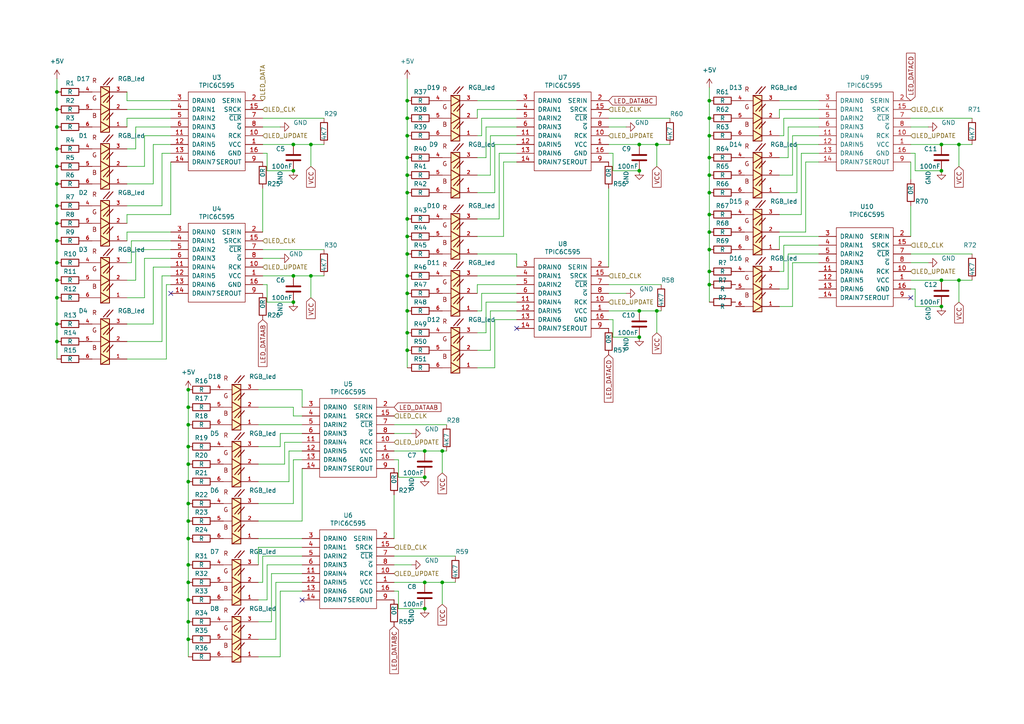
<source format=kicad_sch>
(kicad_sch (version 20211123) (generator eeschema)
  (paper "A4")
  (junction (at 85.09 87.63))
  (junction (at 190.5 41.91))
  (junction (at 118.11 90.17))
  (junction (at 16.51 43.18))
  (junction (at 16.51 69.85))
  (junction (at 118.11 55.88))
  (junction (at 16.51 26.67))
  (junction (at 16.51 48.26))
  (junction (at 185.42 41.91))
  (junction (at 118.11 50.8))
  (junction (at 16.51 86.36))
  (junction (at 54.61 123.19))
  (junction (at 16.51 64.77))
  (junction (at 16.51 36.83))
  (junction (at 205.74 29.21))
  (junction (at 16.51 93.98))
  (junction (at 54.61 156.21))
  (junction (at 118.11 63.5))
  (junction (at 185.42 97.79))
  (junction (at 190.5 90.17))
  (junction (at 85.09 49.53))
  (junction (at 118.11 39.37))
  (junction (at 54.61 139.7))
  (junction (at 123.19 138.43))
  (junction (at 54.61 185.42))
  (junction (at 205.74 62.23))
  (junction (at 118.11 73.66))
  (junction (at 185.42 49.53))
  (junction (at 123.19 130.81))
  (junction (at 90.17 80.01))
  (junction (at 54.61 113.03))
  (junction (at 118.11 101.6))
  (junction (at 205.74 82.55))
  (junction (at 16.51 99.06))
  (junction (at 118.11 45.72))
  (junction (at 205.74 78.74))
  (junction (at 54.61 168.91))
  (junction (at 278.13 81.28))
  (junction (at 205.74 45.72))
  (junction (at 273.05 81.28))
  (junction (at 85.09 41.91))
  (junction (at 54.61 134.62))
  (junction (at 278.13 41.91))
  (junction (at 54.61 180.34))
  (junction (at 205.74 55.88))
  (junction (at 205.74 50.8))
  (junction (at 205.74 34.29))
  (junction (at 128.27 168.91))
  (junction (at 123.19 176.53))
  (junction (at 273.05 88.9))
  (junction (at 205.74 39.37))
  (junction (at 54.61 146.05))
  (junction (at 118.11 34.29))
  (junction (at 90.17 41.91))
  (junction (at 54.61 118.11))
  (junction (at 16.51 76.2))
  (junction (at 118.11 96.52))
  (junction (at 118.11 29.21))
  (junction (at 16.51 59.69))
  (junction (at 16.51 81.28))
  (junction (at 273.05 41.91))
  (junction (at 54.61 129.54))
  (junction (at 118.11 80.01))
  (junction (at 16.51 31.75))
  (junction (at 128.27 130.81))
  (junction (at 205.74 72.39))
  (junction (at 118.11 68.58))
  (junction (at 273.05 49.53))
  (junction (at 118.11 85.09))
  (junction (at 54.61 173.99))
  (junction (at 185.42 90.17))
  (junction (at 123.19 168.91))
  (junction (at 85.09 80.01))
  (junction (at 54.61 151.13))
  (junction (at 205.74 67.31))
  (junction (at 16.51 53.34))
  (junction (at 54.61 163.83))
  (no_connect (at 149.86 95.25))
  (no_connect (at 264.16 86.36))
  (no_connect (at 87.63 173.99))
  (no_connect (at 49.53 85.09))
  (wire (pts (xy 74.93 118.11) (xy 85.09 118.11)))
  (wire (pts (xy 36.83 76.2) (xy 38.1 76.2)))
  (wire (pts (xy 205.74 82.55) (xy 205.74 87.63)))
  (wire (pts (xy 77.47 163.83) (xy 77.47 173.99)))
  (wire (pts (xy 87.63 151.13) (xy 74.93 151.13)))
  (wire (pts (xy 114.3 143.51) (xy 114.3 156.21)))
  (wire (pts (xy 36.83 62.23) (xy 36.83 64.77)))
  (wire (pts (xy 205.74 29.21) (xy 205.74 34.29)))
  (wire (pts (xy 140.97 36.83) (xy 149.86 36.83)))
  (wire (pts (xy 177.8 44.45) (xy 177.8 49.53)))
  (wire (pts (xy 177.8 44.45) (xy 176.53 44.45)))
  (wire (pts (xy 205.74 78.74) (xy 205.74 82.55)))
  (wire (pts (xy 16.51 31.75) (xy 16.51 36.83)))
  (wire (pts (xy 77.47 82.55) (xy 76.2 82.55)))
  (wire (pts (xy 74.93 168.91) (xy 76.2 168.91)))
  (wire (pts (xy 49.53 80.01) (xy 46.99 80.01)))
  (wire (pts (xy 54.61 156.21) (xy 54.61 163.83)))
  (wire (pts (xy 36.83 53.34) (xy 44.45 53.34)))
  (wire (pts (xy 41.91 86.36) (xy 41.91 74.93)))
  (wire (pts (xy 232.41 44.45) (xy 232.41 62.23)))
  (wire (pts (xy 118.11 45.72) (xy 118.11 50.8)))
  (wire (pts (xy 138.43 31.75) (xy 149.86 31.75)))
  (wire (pts (xy 16.51 64.77) (xy 16.51 69.85)))
  (wire (pts (xy 237.49 44.45) (xy 232.41 44.45)))
  (wire (pts (xy 190.5 48.26) (xy 190.5 41.91)))
  (wire (pts (xy 87.63 130.81) (xy 83.82 130.81)))
  (wire (pts (xy 181.61 85.09) (xy 176.53 85.09)))
  (wire (pts (xy 264.16 73.66) (xy 281.94 73.66)))
  (wire (pts (xy 143.51 41.91) (xy 149.86 41.91)))
  (wire (pts (xy 54.61 168.91) (xy 54.61 173.99)))
  (wire (pts (xy 118.11 90.17) (xy 118.11 96.52)))
  (wire (pts (xy 128.27 168.91) (xy 132.08 168.91)))
  (wire (pts (xy 119.38 125.73) (xy 114.3 125.73)))
  (wire (pts (xy 115.57 133.35) (xy 115.57 138.43)))
  (wire (pts (xy 226.06 39.37) (xy 227.33 39.37)))
  (wire (pts (xy 16.51 69.85) (xy 16.51 76.2)))
  (wire (pts (xy 143.51 92.71) (xy 149.86 92.71)))
  (wire (pts (xy 231.14 41.91) (xy 237.49 41.91)))
  (wire (pts (xy 77.47 49.53) (xy 85.09 49.53)))
  (wire (pts (xy 36.83 59.69) (xy 46.99 59.69)))
  (wire (pts (xy 36.83 31.75) (xy 49.53 31.75)))
  (wire (pts (xy 83.82 139.7) (xy 74.93 139.7)))
  (wire (pts (xy 87.63 133.35) (xy 85.09 133.35)))
  (wire (pts (xy 229.87 39.37) (xy 229.87 50.8)))
  (wire (pts (xy 90.17 86.36) (xy 90.17 80.01)))
  (wire (pts (xy 81.28 190.5) (xy 81.28 171.45)))
  (wire (pts (xy 36.83 67.31) (xy 36.83 69.85)))
  (wire (pts (xy 118.11 39.37) (xy 118.11 45.72)))
  (wire (pts (xy 44.45 77.47) (xy 44.45 93.98)))
  (wire (pts (xy 39.37 43.18) (xy 39.37 36.83)))
  (wire (pts (xy 90.17 48.26) (xy 90.17 41.91)))
  (wire (pts (xy 38.1 76.2) (xy 38.1 69.85)))
  (wire (pts (xy 232.41 62.23) (xy 226.06 62.23)))
  (wire (pts (xy 265.43 44.45) (xy 265.43 49.53)))
  (wire (pts (xy 177.8 92.71) (xy 177.8 97.79)))
  (wire (pts (xy 77.47 44.45) (xy 76.2 44.45)))
  (wire (pts (xy 114.3 123.19) (xy 129.54 123.19)))
  (wire (pts (xy 49.53 82.55) (xy 48.26 82.55)))
  (wire (pts (xy 138.43 63.5) (xy 144.78 63.5)))
  (wire (pts (xy 16.51 93.98) (xy 16.51 99.06)))
  (wire (pts (xy 226.06 55.88) (xy 231.14 55.88)))
  (wire (pts (xy 227.33 71.12) (xy 237.49 71.12)))
  (wire (pts (xy 85.09 133.35) (xy 85.09 146.05)))
  (wire (pts (xy 149.86 46.99) (xy 146.05 46.99)))
  (wire (pts (xy 138.43 55.88) (xy 143.51 55.88)))
  (wire (pts (xy 114.3 161.29) (xy 132.08 161.29)))
  (wire (pts (xy 143.51 106.68) (xy 143.51 92.71)))
  (wire (pts (xy 190.5 41.91) (xy 194.31 41.91)))
  (wire (pts (xy 85.09 118.11) (xy 85.09 120.65)))
  (wire (pts (xy 76.2 54.61) (xy 76.2 67.31)))
  (wire (pts (xy 128.27 137.16) (xy 128.27 130.81)))
  (wire (pts (xy 36.83 34.29) (xy 49.53 34.29)))
  (wire (pts (xy 48.26 82.55) (xy 48.26 104.14)))
  (wire (pts (xy 87.63 135.89) (xy 87.63 151.13)))
  (wire (pts (xy 138.43 29.21) (xy 149.86 29.21)))
  (wire (pts (xy 118.11 63.5) (xy 118.11 68.58)))
  (wire (pts (xy 273.05 41.91) (xy 264.16 41.91)))
  (wire (pts (xy 44.45 41.91) (xy 44.45 53.34)))
  (wire (pts (xy 41.91 74.93) (xy 49.53 74.93)))
  (wire (pts (xy 36.83 81.28) (xy 39.37 81.28)))
  (wire (pts (xy 36.83 29.21) (xy 49.53 29.21)))
  (wire (pts (xy 226.06 83.82) (xy 228.6 83.82)))
  (wire (pts (xy 54.61 185.42) (xy 54.61 190.5)))
  (wire (pts (xy 190.5 41.91) (xy 185.42 41.91)))
  (wire (pts (xy 54.61 163.83) (xy 54.61 168.91)))
  (wire (pts (xy 278.13 81.28) (xy 273.05 81.28)))
  (wire (pts (xy 205.74 45.72) (xy 205.74 50.8)))
  (wire (pts (xy 80.01 185.42) (xy 74.93 185.42)))
  (wire (pts (xy 90.17 41.91) (xy 85.09 41.91)))
  (wire (pts (xy 226.06 31.75) (xy 237.49 31.75)))
  (wire (pts (xy 74.93 134.62) (xy 82.55 134.62)))
  (wire (pts (xy 118.11 29.21) (xy 118.11 34.29)))
  (wire (pts (xy 138.43 45.72) (xy 140.97 45.72)))
  (wire (pts (xy 80.01 168.91) (xy 80.01 185.42)))
  (wire (pts (xy 205.74 25.4) (xy 205.74 29.21)))
  (wire (pts (xy 177.8 97.79) (xy 185.42 97.79)))
  (wire (pts (xy 74.93 123.19) (xy 87.63 123.19)))
  (wire (pts (xy 81.28 171.45) (xy 87.63 171.45)))
  (wire (pts (xy 265.43 88.9) (xy 273.05 88.9)))
  (wire (pts (xy 190.5 90.17) (xy 191.77 90.17)))
  (wire (pts (xy 41.91 48.26) (xy 41.91 39.37)))
  (wire (pts (xy 233.68 46.99) (xy 237.49 46.99)))
  (wire (pts (xy 77.47 82.55) (xy 77.47 87.63)))
  (wire (pts (xy 81.28 74.93) (xy 76.2 74.93)))
  (wire (pts (xy 83.82 130.81) (xy 83.82 139.7)))
  (wire (pts (xy 118.11 50.8) (xy 118.11 55.88)))
  (wire (pts (xy 273.05 81.28) (xy 264.16 81.28)))
  (wire (pts (xy 177.8 92.71) (xy 176.53 92.71)))
  (wire (pts (xy 142.24 39.37) (xy 142.24 50.8)))
  (wire (pts (xy 229.87 88.9) (xy 226.06 88.9)))
  (wire (pts (xy 205.74 55.88) (xy 205.74 62.23)))
  (wire (pts (xy 39.37 36.83) (xy 49.53 36.83)))
  (wire (pts (xy 87.63 113.03) (xy 87.63 118.11)))
  (wire (pts (xy 16.51 53.34) (xy 16.51 59.69)))
  (wire (pts (xy 140.97 45.72) (xy 140.97 36.83)))
  (wire (pts (xy 36.83 104.14) (xy 48.26 104.14)))
  (wire (pts (xy 36.83 99.06) (xy 46.99 99.06)))
  (wire (pts (xy 190.5 90.17) (xy 185.42 90.17)))
  (wire (pts (xy 128.27 175.26) (xy 128.27 168.91)))
  (wire (pts (xy 278.13 81.28) (xy 281.94 81.28)))
  (wire (pts (xy 115.57 133.35) (xy 114.3 133.35)))
  (wire (pts (xy 138.43 96.52) (xy 140.97 96.52)))
  (wire (pts (xy 138.43 101.6) (xy 142.24 101.6)))
  (wire (pts (xy 118.11 34.29) (xy 118.11 39.37)))
  (wire (pts (xy 78.74 180.34) (xy 78.74 166.37)))
  (wire (pts (xy 264.16 34.29) (xy 281.94 34.29)))
  (wire (pts (xy 74.93 180.34) (xy 78.74 180.34)))
  (wire (pts (xy 54.61 139.7) (xy 54.61 146.05)))
  (wire (pts (xy 76.2 34.29) (xy 93.98 34.29)))
  (wire (pts (xy 139.7 90.17) (xy 139.7 85.09)))
  (wire (pts (xy 228.6 83.82) (xy 228.6 73.66)))
  (wire (pts (xy 265.43 83.82) (xy 265.43 88.9)))
  (wire (pts (xy 115.57 176.53) (xy 123.19 176.53)))
  (wire (pts (xy 54.61 180.34) (xy 54.61 185.42)))
  (wire (pts (xy 278.13 48.26) (xy 278.13 41.91)))
  (wire (pts (xy 118.11 96.52) (xy 118.11 101.6)))
  (wire (pts (xy 265.43 83.82) (xy 264.16 83.82)))
  (wire (pts (xy 265.43 44.45) (xy 264.16 44.45)))
  (wire (pts (xy 85.09 41.91) (xy 76.2 41.91)))
  (wire (pts (xy 38.1 69.85) (xy 49.53 69.85)))
  (wire (pts (xy 231.14 55.88) (xy 231.14 41.91)))
  (wire (pts (xy 226.06 78.74) (xy 227.33 78.74)))
  (wire (pts (xy 228.6 73.66) (xy 237.49 73.66)))
  (wire (pts (xy 269.24 36.83) (xy 264.16 36.83)))
  (wire (pts (xy 226.06 29.21) (xy 237.49 29.21)))
  (wire (pts (xy 123.19 168.91) (xy 114.3 168.91)))
  (wire (pts (xy 54.61 129.54) (xy 54.61 134.62)))
  (wire (pts (xy 228.6 45.72) (xy 228.6 36.83)))
  (wire (pts (xy 76.2 72.39) (xy 93.98 72.39)))
  (wire (pts (xy 87.63 163.83) (xy 77.47 163.83)))
  (wire (pts (xy 144.78 63.5) (xy 144.78 44.45)))
  (wire (pts (xy 77.47 44.45) (xy 77.47 49.53)))
  (wire (pts (xy 278.13 41.91) (xy 273.05 41.91)))
  (wire (pts (xy 205.74 50.8) (xy 205.74 55.88)))
  (wire (pts (xy 233.68 67.31) (xy 233.68 46.99)))
  (wire (pts (xy 77.47 87.63) (xy 85.09 87.63)))
  (wire (pts (xy 16.51 43.18) (xy 16.51 48.26)))
  (wire (pts (xy 278.13 41.91) (xy 281.94 41.91)))
  (wire (pts (xy 118.11 55.88) (xy 118.11 63.5)))
  (wire (pts (xy 149.86 39.37) (xy 142.24 39.37)))
  (wire (pts (xy 54.61 151.13) (xy 54.61 156.21)))
  (wire (pts (xy 142.24 50.8) (xy 138.43 50.8)))
  (wire (pts (xy 118.11 73.66) (xy 118.11 80.01)))
  (wire (pts (xy 36.83 26.67) (xy 36.83 29.21)))
  (wire (pts (xy 138.43 106.68) (xy 143.51 106.68)))
  (wire (pts (xy 16.51 99.06) (xy 16.51 104.14)))
  (wire (pts (xy 36.83 93.98) (xy 44.45 93.98)))
  (wire (pts (xy 90.17 80.01) (xy 93.98 80.01)))
  (wire (pts (xy 36.83 43.18) (xy 39.37 43.18)))
  (wire (pts (xy 205.74 34.29) (xy 205.74 39.37)))
  (wire (pts (xy 227.33 34.29) (xy 237.49 34.29)))
  (wire (pts (xy 81.28 125.73) (xy 87.63 125.73)))
  (wire (pts (xy 54.61 118.11) (xy 54.61 123.19)))
  (wire (pts (xy 264.16 59.69) (xy 264.16 68.58)))
  (wire (pts (xy 16.51 76.2) (xy 16.51 81.28)))
  (wire (pts (xy 46.99 44.45) (xy 49.53 44.45)))
  (wire (pts (xy 265.43 49.53) (xy 273.05 49.53)))
  (wire (pts (xy 76.2 161.29) (xy 87.63 161.29)))
  (wire (pts (xy 128.27 130.81) (xy 129.54 130.81)))
  (wire (pts (xy 90.17 41.91) (xy 93.98 41.91)))
  (wire (pts (xy 54.61 134.62) (xy 54.61 139.7)))
  (wire (pts (xy 205.74 62.23) (xy 205.74 67.31)))
  (wire (pts (xy 118.11 101.6) (xy 118.11 106.68)))
  (wire (pts (xy 16.51 22.86) (xy 16.51 26.67)))
  (wire (pts (xy 139.7 34.29) (xy 139.7 39.37)))
  (wire (pts (xy 81.28 36.83) (xy 76.2 36.83)))
  (wire (pts (xy 118.11 80.01) (xy 118.11 85.09)))
  (wire (pts (xy 16.51 36.83) (xy 16.51 43.18)))
  (wire (pts (xy 74.93 129.54) (xy 81.28 129.54)))
  (wire (pts (xy 16.51 86.36) (xy 16.51 93.98)))
  (wire (pts (xy 85.09 80.01) (xy 76.2 80.01)))
  (wire (pts (xy 36.83 48.26) (xy 41.91 48.26)))
  (wire (pts (xy 36.83 86.36) (xy 41.91 86.36)))
  (wire (pts (xy 139.7 85.09) (xy 149.86 85.09)))
  (wire (pts (xy 226.06 67.31) (xy 233.68 67.31)))
  (wire (pts (xy 149.86 73.66) (xy 149.86 77.47)))
  (wire (pts (xy 44.45 77.47) (xy 49.53 77.47)))
  (wire (pts (xy 142.24 90.17) (xy 149.86 90.17)))
  (wire (pts (xy 142.24 101.6) (xy 142.24 90.17)))
  (wire (pts (xy 138.43 82.55) (xy 149.86 82.55)))
  (wire (pts (xy 146.05 46.99) (xy 146.05 68.58)))
  (wire (pts (xy 85.09 146.05) (xy 74.93 146.05)))
  (wire (pts (xy 74.93 158.75) (xy 87.63 158.75)))
  (wire (pts (xy 74.93 190.5) (xy 81.28 190.5)))
  (wire (pts (xy 44.45 41.91) (xy 49.53 41.91)))
  (wire (pts (xy 78.74 166.37) (xy 87.63 166.37)))
  (wire (pts (xy 36.83 34.29) (xy 36.83 36.83)))
  (wire (pts (xy 269.24 76.2) (xy 264.16 76.2)))
  (wire (pts (xy 237.49 76.2) (xy 229.87 76.2)))
  (wire (pts (xy 228.6 36.83) (xy 237.49 36.83)))
  (wire (pts (xy 143.51 55.88) (xy 143.51 41.91)))
  (wire (pts (xy 205.74 39.37) (xy 205.74 45.72)))
  (wire (pts (xy 128.27 130.81) (xy 123.19 130.81)))
  (wire (pts (xy 146.05 68.58) (xy 138.43 68.58)))
  (wire (pts (xy 226.06 68.58) (xy 226.06 72.39)))
  (wire (pts (xy 181.61 36.83) (xy 176.53 36.83)))
  (wire (pts (xy 144.78 44.45) (xy 149.86 44.45)))
  (wire (pts (xy 229.87 50.8) (xy 226.06 50.8)))
  (wire (pts (xy 46.99 59.69) (xy 46.99 44.45)))
  (wire (pts (xy 138.43 80.01) (xy 149.86 80.01)))
  (wire (pts (xy 90.17 80.01) (xy 85.09 80.01)))
  (wire (pts (xy 278.13 87.63) (xy 278.13 81.28)))
  (wire (pts (xy 115.57 171.45) (xy 114.3 171.45)))
  (wire (pts (xy 140.97 96.52) (xy 140.97 87.63)))
  (wire (pts (xy 190.5 96.52) (xy 190.5 90.17)))
  (wire (pts (xy 115.57 171.45) (xy 115.57 176.53)))
  (wire (pts (xy 176.53 34.29) (xy 194.31 34.29)))
  (wire (pts (xy 118.11 22.86) (xy 118.11 29.21)))
  (wire (pts (xy 229.87 76.2) (xy 229.87 88.9)))
  (wire (pts (xy 81.28 129.54) (xy 81.28 125.73)))
  (wire (pts (xy 82.55 134.62) (xy 82.55 128.27)))
  (wire (pts (xy 54.61 113.03) (xy 54.61 118.11)))
  (wire (pts (xy 128.27 168.91) (xy 123.19 168.91)))
  (wire (pts (xy 54.61 146.05) (xy 54.61 151.13)))
  (wire (pts (xy 264.16 46.99) (xy 264.16 52.07)))
  (wire (pts (xy 16.51 48.26) (xy 16.51 53.34)))
  (wire (pts (xy 177.8 49.53) (xy 185.42 49.53)))
  (wire (pts (xy 149.86 34.29) (xy 139.7 34.29)))
  (wire (pts (xy 226.06 34.29) (xy 226.06 31.75)))
  (wire (pts (xy 185.42 41.91) (xy 176.53 41.91)))
  (wire (pts (xy 36.83 67.31) (xy 49.53 67.31)))
  (wire (pts (xy 138.43 34.29) (xy 138.43 31.75)))
  (wire (pts (xy 176.53 82.55) (xy 191.77 82.55)))
  (wire (pts (xy 76.2 168.91) (xy 76.2 161.29)))
  (wire (pts (xy 205.74 67.31) (xy 205.74 72.39)))
  (wire (pts (xy 118.11 85.09) (xy 118.11 90.17)))
  (wire (pts (xy 36.83 62.23) (xy 49.53 62.23)))
  (wire (pts (xy 227.33 78.74) (xy 227.33 71.12)))
  (wire (pts (xy 138.43 73.66) (xy 149.86 73.66)))
  (wire (pts (xy 138.43 90.17) (xy 139.7 90.17)))
  (wire (pts (xy 140.97 87.63) (xy 149.86 87.63)))
  (wire (pts (xy 82.55 128.27) (xy 87.63 128.27)))
  (wire (pts (xy 54.61 173.99) (xy 54.61 180.34)))
  (wire (pts (xy 237.49 68.58) (xy 226.06 68.58)))
  (wire (pts (xy 118.11 68.58) (xy 118.11 73.66)))
  (wire (pts (xy 138.43 39.37) (xy 139.7 39.37)))
  (wire (pts (xy 227.33 39.37) (xy 227.33 34.29)))
  (wire (pts (xy 74.93 158.75) (xy 74.93 163.83)))
  (wire (pts (xy 16.51 26.67) (xy 16.51 31.75)))
  (wire (pts (xy 119.38 163.83) (xy 114.3 163.83)))
  (wire (pts (xy 115.57 138.43) (xy 123.19 138.43)))
  (wire (pts (xy 87.63 168.91) (xy 80.01 168.91)))
  (wire (pts (xy 49.53 46.99) (xy 49.53 62.23)))
  (wire (pts (xy 16.51 59.69) (xy 16.51 64.77)))
  (wire (pts (xy 77.47 173.99) (xy 74.93 173.99)))
  (wire (pts (xy 16.51 81.28) (xy 16.51 86.36)))
  (wire (pts (xy 138.43 85.09) (xy 138.43 82.55)))
  (wire (pts (xy 41.91 39.37) (xy 49.53 39.37)))
  (wire (pts (xy 46.99 80.01) (xy 46.99 99.06)))
  (wire (pts (xy 185.42 90.17) (xy 176.53 90.17)))
  (wire (pts (xy 74.93 113.03) (xy 87.63 113.03)))
  (wire (pts (xy 54.61 123.19) (xy 54.61 129.54)))
  (wire (pts (xy 123.19 130.81) (xy 114.3 130.81)))
  (wire (pts (xy 74.93 156.21) (xy 87.63 156.21)))
  (wire (pts (xy 39.37 72.39) (xy 49.53 72.39)))
  (wire (pts (xy 85.09 120.65) (xy 87.63 120.65)))
  (wire (pts (xy 226.06 45.72) (xy 228.6 45.72)))
  (wire (pts (xy 176.53 54.61) (xy 176.53 77.47)))
  (wire (pts (xy 205.74 72.39) (xy 205.74 78.74)))
  (wire (pts (xy 39.37 81.28) (xy 39.37 72.39)))
  (wire (pts (xy 237.49 39.37) (xy 229.87 39.37)))
  (global_label "VCC" (shape input) (at 90.17 86.36 270) (property "Intersheet References" "${INTERSHEET_REFS}" (effects hide)))
  (global_label "LED_DATACD" (shape input) (at 264.16 29.21 90) (property "Intersheet References" "${INTERSHEET_REFS}" (effects hide)))
  (global_label "VCC" (shape input) (at 128.27 137.16 270) (property "Intersheet References" "${INTERSHEET_REFS}" (effects hide)))
  (global_label "VCC" (shape input) (at 278.13 48.26 270) (property "Intersheet References" "${INTERSHEET_REFS}" (effects hide)))
  (global_label "VCC" (shape input) (at 278.13 87.63 270) (property "Intersheet References" "${INTERSHEET_REFS}" (effects hide)))
  (global_label "LED_DATACD" (shape input) (at 176.53 102.87 270) (property "Intersheet References" "${INTERSHEET_REFS}" (effects hide)))
  (global_label "VCC" (shape input) (at 190.5 48.26 270) (property "Intersheet References" "${INTERSHEET_REFS}" (effects hide)))
  (global_label "LED_DATABC" (shape input) (at 114.3 181.61 270) (property "Intersheet References" "${INTERSHEET_REFS}" (effects hide)))
  (global_label "LED_DATAAB" (shape input) (at 76.2 92.71 270) (property "Intersheet References" "${INTERSHEET_REFS}" (effects hide)))
  (global_label "LED_DATABC" (shape input) (at 176.53 29.21 0) (property "Intersheet References" "${INTERSHEET_REFS}" (effects hide)))
  (global_label "VCC" (shape input) (at 90.17 48.26 270) (property "Intersheet References" "${INTERSHEET_REFS}" (effects hide)))
  (global_label "VCC" (shape input) (at 190.5 96.52 270) (property "Intersheet References" "${INTERSHEET_REFS}" (effects hide)))
  (global_label "LED_DATAAB" (shape input) (at 114.3 118.11 0) (property "Intersheet References" "${INTERSHEET_REFS}" (effects hide)))
  (global_label "VCC" (shape input) (at 128.27 175.26 270) (property "Intersheet References" "${INTERSHEET_REFS}" (effects hide)))
  (hierarchical_label "LED_UPDATE" (shape input) (at 264.16 39.37 0))
  (hierarchical_label "LED_UPDATE" (shape input) (at 76.2 39.37 0))
  (hierarchical_label "LED_UPDATE" (shape input) (at 114.3 128.27 0))
  (hierarchical_label "LED_CLK" (shape input) (at 76.2 69.85 0))
  (hierarchical_label "LED_CLK" (shape input) (at 114.3 120.65 0))
  (hierarchical_label "LED_DATA" (shape input) (at 76.2 29.21 90))
  (hierarchical_label "LED_CLK" (shape input) (at 264.16 31.75 0))
  (hierarchical_label "LED_CLK" (shape input) (at 114.3 158.75 0))
  (hierarchical_label "LED_CLK" (shape input) (at 176.53 80.01 0))
  (hierarchical_label "LED_CLK" (shape input) (at 264.16 71.12 0))
  (hierarchical_label "LED_CLK" (shape input) (at 176.53 31.75 0))
  (hierarchical_label "LED_UPDATE" (shape input) (at 176.53 87.63 0))
  (hierarchical_label "LED_UPDATE" (shape input) (at 264.16 78.74 0))
  (hierarchical_label "LED_UPDATE" (shape input) (at 76.2 77.47 0))
  (hierarchical_label "LED_CLK" (shape input) (at 76.2 31.75 0))
  (hierarchical_label "LED_UPDATE" (shape input) (at 114.3 166.37 0))
  (hierarchical_label "LED_UPDATE" (shape input) (at 176.53 39.37 0))
  (symbol (lib_id "3dAudioSym:TPIC6C595") (at 101.6 116.84 0) (unit 1)
    (property "Reference" "U5" (at 100.965 111.379 0))
    (property "Value" "TPIC6C595" (at 100.965 113.6904 0))
    (property "Footprint" "Package_SO:SOIC-16_3.9x9.9mm_P1.27mm" (effects hide))
    (property "Datasheet" "https://www.mouser.ph/datasheet/2/389/cd00020664-1796042.pdf" (effects hide))
  )
  (symbol (lib_id "Device:R") (at 209.55 78.74 270) (unit 1)
    (property "Reference" "R?" (at 209.55 76.2 90))
    (property "Value" "R" (at 209.55 78.74 90))
    (property "Footprint" "Resistor_SMD:R_1206_3216Metric" (effects hide))
  )
  (symbol (lib_id "Device:R") (at 264.16 55.88 0) (unit 1)
    (property "Reference" "R70" (at 265.43 58.42 0) (effects (justify left)))
    (property "Value" "0R" (at 264.16 56.515 90) (effects (justify left)))
    (property "Footprint" "Resistor_SMD:R_1206_3216Metric_Pad1.30x1.75mm_HandSolder" (effects hide))
  )
  (symbol (lib_id "Device:R") (at 58.42 173.99 270) (unit 1)
    (property "Reference" "R33" (at 58.42 171.45 90))
    (property "Value" "R" (at 58.42 173.99 90))
    (property "Footprint" "Resistor_SMD:R_1206_3216Metric" (effects hide))
  )
  (symbol (lib_id "Device:R") (at 76.2 50.8 0) (unit 1)
    (property "Reference" "R25" (at 77.47 53.34 0) (effects (justify left)))
    (property "Value" "0R" (at 76.2 51.435 90) (effects (justify left)))
    (property "Footprint" "Resistor_SMD:R_1206_3216Metric_Pad1.30x1.75mm_HandSolder" (effects hide))
  )
  (symbol (lib_id "Device:R") (at 58.42 118.11 270) (unit 1)
    (property "Reference" "R17" (at 58.42 115.57 90))
    (property "Value" "R" (at 58.42 118.11 90))
    (property "Footprint" "Resistor_SMD:R_1206_3216Metric" (effects hide))
  )
  (symbol (lib_id "3dAudioSym:TPIC6C595") (at 251.46 27.94 0) (unit 1)
    (property "Reference" "U9" (at 250.825 22.479 0))
    (property "Value" "TPIC6C595" (at 250.825 24.7904 0))
    (property "Footprint" "Package_SO:SOIC-16_3.9x9.9mm_P1.27mm" (effects hide))
    (property "Datasheet" "https://www.mouser.ph/datasheet/2/389/cd00020664-1796042.pdf" (effects hide))
  )
  (symbol (lib_id "Device:R") (at 58.42 168.91 270) (unit 1)
    (property "Reference" "R32" (at 58.42 166.37 90))
    (property "Value" "R" (at 58.42 168.91 90))
    (property "Footprint" "Resistor_SMD:R_1206_3216Metric" (effects hide))
  )
  (symbol (lib_id "Device:R") (at 93.98 76.2 0) (unit 1)
    (property "Reference" "R30" (at 93.98 71.12 0) (effects (justify left)))
    (property "Value" "4K7" (at 93.98 78.74 90) (effects (justify left)))
    (property "Footprint" "Resistor_SMD:R_1206_3216Metric_Pad1.30x1.75mm_HandSolder" (effects hide))
  )
  (symbol (lib_id "3dAudioSym:QBLP679E-RGB") (at 29.21 81.28 0) (unit 1)
    (property "Reference" "D3" (at 24.13 72.39 0))
    (property "Value" "RGB_led" (at 38.1 72.39 0))
    (property "Footprint" "3dAudioFoot:LED_QBLP679E-RGB" (effects hide))
    (property "Datasheet" "https://www.digikey.de/de/products/detail/qt-brightek-qtb/QBLP679E-RGB/4814729" (effects hide))
    (property "DigiKey_Part_Number" "1516-1131-2-ND" (effects hide))
    (property "MF" "QT Brightek" (effects hide))
    (property "Purchase-URL" "https://www.snapeda.com/api/url_track_click_mouser/?unipart_id=328050&manufacturer=QT Brightek&part_name=QBLP679E-RGB&search_term=None" (effects hide))
    (property "Package" "PLCC-6 QT Brightek" (effects hide))
    (property "Check_prices" "https://www.snapeda.com/parts/QBLP679E-RGB/QT+Brightek+%2528QTB%2529/view-part/?ref=eda" (effects hide))
    (property "STANDARD" "Manufacturer Recommendations" (effects hide))
    (property "SnapEDA_Link" "https://www.snapeda.com/parts/QBLP679E-RGB/QT+Brightek+%2528QTB%2529/view-part/?ref=snap" (effects hide))
    (property "MP" "QBLP679E-RGB" (effects hide))
    (property "Description" "\nRed, Green, Blue (RGB) 620nm Red, 525nm Green, 470nm Blue LED Indication - Discrete 2V Red, 3.3V Green, 3.2V Blue 6-SMD, J-Lead\n" (effects hide))
    (property "MANUFACTURER" "QT Brightek" (effects hide))
  )
  (symbol (lib_id "Device:R") (at 121.92 90.17 270) (unit 1)
    (property "Reference" "R48" (at 121.92 87.63 90))
    (property "Value" "R" (at 121.92 90.17 90))
    (property "Footprint" "Resistor_SMD:R_1206_3216Metric" (effects hide))
  )
  (symbol (lib_id "3dAudioSym:QBLP679E-RGB") (at 67.31 134.62 0) (unit 1)
    (property "Reference" "D5" (at 62.23 125.73 0))
    (property "Value" "RGB_led" (at 76.2 125.73 0))
    (property "Footprint" "3dAudioFoot:LED_QBLP679E-RGB" (effects hide))
    (property "Datasheet" "https://www.digikey.de/de/products/detail/qt-brightek-qtb/QBLP679E-RGB/4814729" (effects hide))
    (property "DigiKey_Part_Number" "1516-1131-2-ND" (effects hide))
    (property "MF" "QT Brightek" (effects hide))
    (property "Purchase-URL" "https://www.snapeda.com/api/url_track_click_mouser/?unipart_id=328050&manufacturer=QT Brightek&part_name=QBLP679E-RGB&search_term=None" (effects hide))
    (property "Package" "PLCC-6 QT Brightek" (effects hide))
    (property "Check_prices" "https://www.snapeda.com/parts/QBLP679E-RGB/QT+Brightek+%2528QTB%2529/view-part/?ref=eda" (effects hide))
    (property "STANDARD" "Manufacturer Recommendations" (effects hide))
    (property "SnapEDA_Link" "https://www.snapeda.com/parts/QBLP679E-RGB/QT+Brightek+%2528QTB%2529/view-part/?ref=snap" (effects hide))
    (property "MP" "QBLP679E-RGB" (effects hide))
    (property "Description" "\nRed, Green, Blue (RGB) 620nm Red, 525nm Green, 470nm Blue LED Indication - Discrete 2V Red, 3.3V Green, 3.2V Blue 6-SMD, J-Lead\n" (effects hide))
    (property "MANUFACTURER" "QT Brightek" (effects hide))
  )
  (symbol (lib_id "Device:R") (at 209.55 72.39 270) (unit 1)
    (property "Reference" "R69" (at 209.55 69.85 90))
    (property "Value" "R" (at 209.55 72.39 90))
    (property "Footprint" "Resistor_SMD:R_1206_3216Metric" (effects hide))
  )
  (symbol (lib_id "Device:R") (at 20.32 99.06 270) (unit 1)
    (property "Reference" "R14" (at 20.32 96.52 90))
    (property "Value" "R" (at 20.32 99.06 90))
    (property "Footprint" "Resistor_SMD:R_1206_3216Metric" (effects hide))
  )
  (symbol (lib_id "Device:R") (at 209.55 82.55 270) (unit 1)
    (property "Reference" "R?" (at 209.55 81.28 90))
    (property "Value" "R" (at 209.55 83.82 90))
    (property "Footprint" "Resistor_SMD:R_1206_3216Metric" (effects hide))
  )
  (symbol (lib_id "Device:R") (at 20.32 48.26 270) (unit 1)
    (property "Reference" "R5" (at 20.32 45.72 90))
    (property "Value" "R" (at 20.32 48.26 90))
    (property "Footprint" "Resistor_SMD:R_1206_3216Metric" (effects hide))
  )
  (symbol (lib_id "Device:R") (at 58.42 146.05 270) (unit 1)
    (property "Reference" "R22" (at 58.42 143.51 90))
    (property "Value" "R" (at 58.42 146.05 90))
    (property "Footprint" "Resistor_SMD:R_1206_3216Metric" (effects hide))
  )
  (symbol (lib_id "power:GND") (at 81.28 74.93 90) (unit 1)
    (property "Reference" "#PWR011" (effects hide))
    (property "Value" "GND" (at 83.82 73.66 90) (effects (justify right)))
  )
  (symbol (lib_id "Device:R") (at 121.92 96.52 270) (unit 1)
    (property "Reference" "R49" (at 121.92 93.98 90))
    (property "Value" "R" (at 121.92 96.52 90))
    (property "Footprint" "Resistor_SMD:R_1206_3216Metric" (effects hide))
  )
  (symbol (lib_id "Device:R") (at 121.92 63.5 270) (unit 1)
    (property "Reference" "R43" (at 121.92 60.96 90))
    (property "Value" "R" (at 121.92 63.5 90))
    (property "Footprint" "Resistor_SMD:R_1206_3216Metric" (effects hide))
  )
  (symbol (lib_id "Device:C") (at 273.05 85.09 0) (unit 1)
    (property "Reference" "C12" (at 267.97 82.55 0) (effects (justify left)))
    (property "Value" "100nF" (at 266.7 87.63 0) (effects (justify left)))
    (property "Footprint" "Capacitor_SMD:C_1206_3216Metric_Pad1.33x1.80mm_HandSolder" (effects hide))
  )
  (symbol (lib_id "Device:C") (at 85.09 45.72 0) (unit 1)
    (property "Reference" "C5" (at 80.01 43.18 0) (effects (justify left)))
    (property "Value" "100nF" (at 78.74 48.26 0) (effects (justify left)))
    (property "Footprint" "Capacitor_SMD:C_1206_3216Metric_Pad1.33x1.80mm_HandSolder" (effects hide))
  )
  (symbol (lib_id "3dAudioSym:QBLP679E-RGB") (at 130.81 85.09 0) (unit 1)
    (property "Reference" "D11" (at 125.73 76.2 0))
    (property "Value" "RGB_led" (at 139.7 76.2 0))
    (property "Footprint" "3dAudioFoot:LED_QBLP679E-RGB" (effects hide))
    (property "Datasheet" "https://www.digikey.de/de/products/detail/qt-brightek-qtb/QBLP679E-RGB/4814729" (effects hide))
    (property "DigiKey_Part_Number" "1516-1131-2-ND" (effects hide))
    (property "MF" "QT Brightek" (effects hide))
    (property "Purchase-URL" "https://www.snapeda.com/api/url_track_click_mouser/?unipart_id=328050&manufacturer=QT Brightek&part_name=QBLP679E-RGB&search_term=None" (effects hide))
    (property "Package" "PLCC-6 QT Brightek" (effects hide))
    (property "Check_prices" "https://www.snapeda.com/parts/QBLP679E-RGB/QT+Brightek+%2528QTB%2529/view-part/?ref=eda" (effects hide))
    (property "STANDARD" "Manufacturer Recommendations" (effects hide))
    (property "SnapEDA_Link" "https://www.snapeda.com/parts/QBLP679E-RGB/QT+Brightek+%2528QTB%2529/view-part/?ref=snap" (effects hide))
    (property "MP" "QBLP679E-RGB" (effects hide))
    (property "Description" "\nRed, Green, Blue (RGB) 620nm Red, 525nm Green, 470nm Blue LED Indication - Discrete 2V Red, 3.3V Green, 3.2V Blue 6-SMD, J-Lead\n" (effects hide))
    (property "MANUFACTURER" "QT Brightek" (effects hide))
  )
  (symbol (lib_id "3dAudioSym:QBLP679E-RGB") (at 29.21 99.06 0) (unit 1)
    (property "Reference" "D4" (at 24.13 90.17 0))
    (property "Value" "RGB_led" (at 38.1 90.17 0))
    (property "Footprint" "3dAudioFoot:LED_QBLP679E-RGB" (effects hide))
    (property "Datasheet" "https://www.digikey.de/de/products/detail/qt-brightek-qtb/QBLP679E-RGB/4814729" (effects hide))
    (property "DigiKey_Part_Number" "1516-1131-2-ND" (effects hide))
    (property "MF" "QT Brightek" (effects hide))
    (property "Purchase-URL" "https://www.snapeda.com/api/url_track_click_mouser/?unipart_id=328050&manufacturer=QT Brightek&part_name=QBLP679E-RGB&search_term=None" (effects hide))
    (property "Package" "PLCC-6 QT Brightek" (effects hide))
    (property "Check_prices" "https://www.snapeda.com/parts/QBLP679E-RGB/QT+Brightek+%2528QTB%2529/view-part/?ref=eda" (effects hide))
    (property "STANDARD" "Manufacturer Recommendations" (effects hide))
    (property "SnapEDA_Link" "https://www.snapeda.com/parts/QBLP679E-RGB/QT+Brightek+%2528QTB%2529/view-part/?ref=snap" (effects hide))
    (property "MP" "QBLP679E-RGB" (effects hide))
    (property "Description" "\nRed, Green, Blue (RGB) 620nm Red, 525nm Green, 470nm Blue LED Indication - Discrete 2V Red, 3.3V Green, 3.2V Blue 6-SMD, J-Lead\n" (effects hide))
    (property "MANUFACTURER" "QT Brightek" (effects hide))
  )
  (symbol (lib_id "Device:R") (at 58.42 190.5 270) (unit 1)
    (property "Reference" "R36" (at 58.42 187.96 90))
    (property "Value" "R" (at 58.42 190.5 90))
    (property "Footprint" "Resistor_SMD:R_1206_3216Metric" (effects hide))
  )
  (symbol (lib_id "3dAudioSym:QBLP679E-RGB") (at 218.44 34.29 0) (unit 1)
    (property "Reference" "D13" (at 213.36 25.4 0))
    (property "Value" "RGB_led" (at 227.33 25.4 0))
    (property "Footprint" "3dAudioFoot:LED_QBLP679E-RGB" (effects hide))
    (property "Datasheet" "https://www.digikey.de/de/products/detail/qt-brightek-qtb/QBLP679E-RGB/4814729" (effects hide))
    (property "DigiKey_Part_Number" "1516-1131-2-ND" (effects hide))
    (property "MF" "QT Brightek" (effects hide))
    (property "Purchase-URL" "https://www.snapeda.com/api/url_track_click_mouser/?unipart_id=328050&manufacturer=QT Brightek&part_name=QBLP679E-RGB&search_term=None" (effects hide))
    (property "Package" "PLCC-6 QT Brightek" (effects hide))
    (property "Check_prices" "https://www.snapeda.com/parts/QBLP679E-RGB/QT+Brightek+%2528QTB%2529/view-part/?ref=eda" (effects hide))
    (property "STANDARD" "Manufacturer Recommendations" (effects hide))
    (property "SnapEDA_Link" "https://www.snapeda.com/parts/QBLP679E-RGB/QT+Brightek+%2528QTB%2529/view-part/?ref=snap" (effects hide))
    (property "MP" "QBLP679E-RGB" (effects hide))
    (property "Description" "\nRed, Green, Blue (RGB) 620nm Red, 525nm Green, 470nm Blue LED Indication - Discrete 2V Red, 3.3V Green, 3.2V Blue 6-SMD, J-Lead\n" (effects hide))
    (property "MANUFACTURER" "QT Brightek" (effects hide))
  )
  (symbol (lib_id "3dAudioSym:QBLP679E-RGB") (at 67.31 168.91 0) (unit 1)
    (property "Reference" "D7" (at 62.23 160.02 0))
    (property "Value" "RGB_led" (at 76.2 160.02 0))
    (property "Footprint" "3dAudioFoot:LED_QBLP679E-RGB" (effects hide))
    (property "Datasheet" "https://www.digikey.de/de/products/detail/qt-brightek-qtb/QBLP679E-RGB/4814729" (effects hide))
    (property "DigiKey_Part_Number" "1516-1131-2-ND" (effects hide))
    (property "MF" "QT Brightek" (effects hide))
    (property "Purchase-URL" "https://www.snapeda.com/api/url_track_click_mouser/?unipart_id=328050&manufacturer=QT Brightek&part_name=QBLP679E-RGB&search_term=None" (effects hide))
    (property "Package" "PLCC-6 QT Brightek" (effects hide))
    (property "Check_prices" "https://www.snapeda.com/parts/QBLP679E-RGB/QT+Brightek+%2528QTB%2529/view-part/?ref=eda" (effects hide))
    (property "STANDARD" "Manufacturer Recommendations" (effects hide))
    (property "SnapEDA_Link" "https://www.snapeda.com/parts/QBLP679E-RGB/QT+Brightek+%2528QTB%2529/view-part/?ref=snap" (effects hide))
    (property "MP" "QBLP679E-RGB" (effects hide))
    (property "Description" "\nRed, Green, Blue (RGB) 620nm Red, 525nm Green, 470nm Blue LED Indication - Discrete 2V Red, 3.3V Green, 3.2V Blue 6-SMD, J-Lead\n" (effects hide))
    (property "MANUFACTURER" "QT Brightek" (effects hide))
  )
  (symbol (lib_id "Device:R") (at 58.42 129.54 270) (unit 1)
    (property "Reference" "R19" (at 58.42 127 90))
    (property "Value" "R" (at 58.42 129.54 90))
    (property "Footprint" "Resistor_SMD:R_1206_3216Metric" (effects hide))
  )
  (symbol (lib_id "3dAudioSym:QBLP679E-RGB") (at 67.31 118.11 0) (unit 1)
    (property "Reference" "D18" (at 62.23 109.22 0))
    (property "Value" "RGB_led" (at 76.2 109.22 0))
    (property "Footprint" "3dAudioFoot:LED_QBLP679E-RGB" (effects hide))
    (property "Datasheet" "https://www.digikey.de/de/products/detail/qt-brightek-qtb/QBLP679E-RGB/4814729" (effects hide))
    (property "DigiKey_Part_Number" "1516-1131-2-ND" (effects hide))
    (property "MF" "QT Brightek" (effects hide))
    (property "Purchase-URL" "https://www.snapeda.com/api/url_track_click_mouser/?unipart_id=328050&manufacturer=QT Brightek&part_name=QBLP679E-RGB&search_term=None" (effects hide))
    (property "Package" "PLCC-6 QT Brightek" (effects hide))
    (property "Check_prices" "https://www.snapeda.com/parts/QBLP679E-RGB/QT+Brightek+%2528QTB%2529/view-part/?ref=eda" (effects hide))
    (property "STANDARD" "Manufacturer Recommendations" (effects hide))
    (property "SnapEDA_Link" "https://www.snapeda.com/parts/QBLP679E-RGB/QT+Brightek+%2528QTB%2529/view-part/?ref=snap" (effects hide))
    (property "MP" "QBLP679E-RGB" (effects hide))
    (property "Description" "\nRed, Green, Blue (RGB) 620nm Red, 525nm Green, 470nm Blue LED Indication - Discrete 2V Red, 3.3V Green, 3.2V Blue 6-SMD, J-Lead\n" (effects hide))
    (property "MANUFACTURER" "QT Brightek" (effects hide))
  )
  (symbol (lib_id "Device:R") (at 20.32 76.2 270) (unit 1)
    (property "Reference" "R10" (at 20.32 73.66 90))
    (property "Value" "R" (at 20.32 76.2 90))
    (property "Footprint" "Resistor_SMD:R_1206_3216Metric" (effects hide))
  )
  (symbol (lib_id "Device:R") (at 20.32 86.36 270) (unit 1)
    (property "Reference" "R12" (at 20.32 83.82 90))
    (property "Value" "R" (at 20.32 86.36 90))
    (property "Footprint" "Resistor_SMD:R_1206_3216Metric" (effects hide))
  )
  (symbol (lib_id "Device:R") (at 209.55 87.63 270) (unit 1)
    (property "Reference" "R?" (at 209.55 86.36 90))
    (property "Value" "R" (at 209.55 88.9 90))
    (property "Footprint" "Resistor_SMD:R_1206_3216Metric" (effects hide))
  )
  (symbol (lib_id "3dAudioSym:QBLP679E-RGB") (at 130.81 50.8 0) (unit 1)
    (property "Reference" "D9" (at 125.73 41.91 0))
    (property "Value" "RGB_led" (at 139.7 41.91 0))
    (property "Footprint" "3dAudioFoot:LED_QBLP679E-RGB" (effects hide))
    (property "Datasheet" "https://www.digikey.de/de/products/detail/qt-brightek-qtb/QBLP679E-RGB/4814729" (effects hide))
    (property "DigiKey_Part_Number" "1516-1131-2-ND" (effects hide))
    (property "MF" "QT Brightek" (effects hide))
    (property "Purchase-URL" "https://www.snapeda.com/api/url_track_click_mouser/?unipart_id=328050&manufacturer=QT Brightek&part_name=QBLP679E-RGB&search_term=None" (effects hide))
    (property "Package" "PLCC-6 QT Brightek" (effects hide))
    (property "Check_prices" "https://www.snapeda.com/parts/QBLP679E-RGB/QT+Brightek+%2528QTB%2529/view-part/?ref=eda" (effects hide))
    (property "STANDARD" "Manufacturer Recommendations" (effects hide))
    (property "SnapEDA_Link" "https://www.snapeda.com/parts/QBLP679E-RGB/QT+Brightek+%2528QTB%2529/view-part/?ref=snap" (effects hide))
    (property "MP" "QBLP679E-RGB" (effects hide))
    (property "Description" "\nRed, Green, Blue (RGB) 620nm Red, 525nm Green, 470nm Blue LED Indication - Discrete 2V Red, 3.3V Green, 3.2V Blue 6-SMD, J-Lead\n" (effects hide))
    (property "MANUFACTURER" "QT Brightek" (effects hide))
  )
  (symbol (lib_id "Device:R") (at 121.92 85.09 270) (unit 1)
    (property "Reference" "R47" (at 121.92 82.55 90))
    (property "Value" "R" (at 121.92 85.09 90))
    (property "Footprint" "Resistor_SMD:R_1206_3216Metric" (effects hide))
  )
  (symbol (lib_id "power:GND") (at 119.38 163.83 90) (unit 1)
    (property "Reference" "#PWR017" (effects hide))
    (property "Value" "GND" (at 123.19 162.56 90) (effects (justify right)))
  )
  (symbol (lib_id "Device:R") (at 58.42 163.83 270) (unit 1)
    (property "Reference" "R31" (at 58.42 161.29 90))
    (property "Value" "R" (at 58.42 163.83 90))
    (property "Footprint" "Resistor_SMD:R_1206_3216Metric" (effects hide))
  )
  (symbol (lib_id "Device:R") (at 209.55 50.8 270) (unit 1)
    (property "Reference" "R65" (at 209.55 48.26 90))
    (property "Value" "R" (at 209.55 50.8 90))
    (property "Footprint" "Resistor_SMD:R_1206_3216Metric" (effects hide))
  )
  (symbol (lib_id "3dAudioSym:QBLP679E-RGB") (at 29.21 48.26 0) (unit 1)
    (property "Reference" "D1" (at 24.13 39.37 0))
    (property "Value" "RGB_led" (at 38.1 39.37 0))
    (property "Footprint" "3dAudioFoot:LED_QBLP679E-RGB" (effects hide))
    (property "Datasheet" "https://www.digikey.de/de/products/detail/qt-brightek-qtb/QBLP679E-RGB/4814729" (effects hide))
    (property "DigiKey_Part_Number" "1516-1131-2-ND" (effects hide))
    (property "MF" "QT Brightek" (effects hide))
    (property "Purchase-URL" "https://www.snapeda.com/api/url_track_click_mouser/?unipart_id=328050&manufacturer=QT Brightek&part_name=QBLP679E-RGB&search_term=None" (effects hide))
    (property "Package" "PLCC-6 QT Brightek" (effects hide))
    (property "Check_prices" "https://www.snapeda.com/parts/QBLP679E-RGB/QT+Brightek+%2528QTB%2529/view-part/?ref=eda" (effects hide))
    (property "STANDARD" "Manufacturer Recommendations" (effects hide))
    (property "SnapEDA_Link" "https://www.snapeda.com/parts/QBLP679E-RGB/QT+Brightek+%2528QTB%2529/view-part/?ref=snap" (effects hide))
    (property "MP" "QBLP679E-RGB" (effects hide))
    (property "Description" "\nRed, Green, Blue (RGB) 620nm Red, 525nm Green, 470nm Blue LED Indication - Discrete 2V Red, 3.3V Green, 3.2V Blue 6-SMD, J-Lead\n" (effects hide))
    (property "MANUFACTURER" "QT Brightek" (effects hide))
  )
  (symbol (lib_id "Device:R") (at 281.94 77.47 0) (unit 1)
    (property "Reference" "R72" (at 279.4 71.12 0) (effects (justify left)))
    (property "Value" "4K7" (at 281.94 80.01 90) (effects (justify left)))
    (property "Footprint" "Resistor_SMD:R_1206_3216Metric_Pad1.30x1.75mm_HandSolder" (effects hide))
  )
  (symbol (lib_id "power:GND") (at 269.24 36.83 90) (unit 1)
    (property "Reference" "#PWR024" (effects hide))
    (property "Value" "GND" (at 273.05 35.56 90) (effects (justify right)))
  )
  (symbol (lib_id "Device:R") (at 20.32 53.34 270) (unit 1)
    (property "Reference" "R6" (at 20.32 50.8 90))
    (property "Value" "R" (at 20.32 53.34 90))
    (property "Footprint" "Resistor_SMD:R_1206_3216Metric" (effects hide))
  )
  (symbol (lib_id "Device:R") (at 209.55 55.88 270) (unit 1)
    (property "Reference" "R66" (at 209.55 53.34 90))
    (property "Value" "R" (at 209.55 55.88 90))
    (property "Footprint" "Resistor_SMD:R_1206_3216Metric" (effects hide))
  )
  (symbol (lib_id "3dAudioSym:QBLP679E-RGB") (at 130.81 34.29 0) (unit 1)
    (property "Reference" "D19" (at 125.73 25.4 0))
    (property "Value" "RGB_led" (at 139.7 25.4 0))
    (property "Footprint" "3dAudioFoot:LED_QBLP679E-RGB" (effects hide))
    (property "Datasheet" "https://www.digikey.de/de/products/detail/qt-brightek-qtb/QBLP679E-RGB/4814729" (effects hide))
    (property "DigiKey_Part_Number" "1516-1131-2-ND" (effects hide))
    (property "MF" "QT Brightek" (effects hide))
    (property "Purchase-URL" "https://www.snapeda.com/api/url_track_click_mouser/?unipart_id=328050&manufacturer=QT Brightek&part_name=QBLP679E-RGB&search_term=None" (effects hide))
    (property "Package" "PLCC-6 QT Brightek" (effects hide))
    (property "Check_prices" "https://www.snapeda.com/parts/QBLP679E-RGB/QT+Brightek+%2528QTB%2529/view-part/?ref=eda" (effects hide))
    (property "STANDARD" "Manufacturer Recommendations" (effects hide))
    (property "SnapEDA_Link" "https://www.snapeda.com/parts/QBLP679E-RGB/QT+Brightek+%2528QTB%2529/view-part/?ref=snap" (effects hide))
    (property "MP" "QBLP679E-RGB" (effects hide))
    (property "Description" "\nRed, Green, Blue (RGB) 620nm Red, 525nm Green, 470nm Blue LED Indication - Discrete 2V Red, 3.3V Green, 3.2V Blue 6-SMD, J-Lead\n" (effects hide))
    (property "MANUFACTURER" "QT Brightek" (effects hide))
  )
  (symbol (lib_id "Device:R") (at 20.32 69.85 270) (unit 1)
    (property "Reference" "R9" (at 20.32 67.31 90))
    (property "Value" "R" (at 20.32 69.85 90))
    (property "Footprint" "Resistor_SMD:R_1206_3216Metric" (effects hide))
  )
  (symbol (lib_id "Device:R") (at 93.98 38.1 0) (unit 1)
    (property "Reference" "R29" (at 93.98 33.02 0) (effects (justify left)))
    (property "Value" "4K7" (at 93.98 40.64 90) (effects (justify left)))
    (property "Footprint" "Resistor_SMD:R_1206_3216Metric_Pad1.30x1.75mm_HandSolder" (effects hide))
  )
  (symbol (lib_id "Device:R") (at 121.92 55.88 270) (unit 1)
    (property "Reference" "R42" (at 121.92 53.34 90))
    (property "Value" "R" (at 121.92 55.88 90))
    (property "Footprint" "Resistor_SMD:R_1206_3216Metric" (effects hide))
  )
  (symbol (lib_id "3dAudioSym:TPIC6C595") (at 251.46 67.31 0) (unit 1)
    (property "Reference" "U10" (at 251.46 59.9186 0))
    (property "Value" "TPIC6C595" (at 251.46 62.23 0))
    (property "Footprint" "Package_SO:SOIC-16_3.9x9.9mm_P1.27mm" (effects hide))
    (property "Datasheet" "https://www.mouser.ph/datasheet/2/389/cd00020664-1796042.pdf" (effects hide))
  )
  (symbol (lib_id "power:GND") (at 85.09 49.53 0) (unit 1)
    (property "Reference" "#PWR013" (effects hide))
    (property "Value" "GND" (at 81.28 49.53 90) (effects (justify right)))
  )
  (symbol (lib_id "Device:C") (at 185.42 45.72 0) (unit 1)
    (property "Reference" "C9" (at 180.34 43.18 0) (effects (justify left)))
    (property "Value" "100nF" (at 179.07 48.26 0) (effects (justify left)))
    (property "Footprint" "Capacitor_SMD:C_1206_3216Metric_Pad1.33x1.80mm_HandSolder" (effects hide))
  )
  (symbol (lib_id "3dAudioSym:QBLP679E-RGB") (at 218.44 50.8 0) (unit 1)
    (property "Reference" "D14" (at 213.36 41.91 0))
    (property "Value" "RGB_led" (at 227.33 41.91 0))
    (property "Footprint" "3dAudioFoot:LED_QBLP679E-RGB" (effects hide))
    (property "Datasheet" "https://www.digikey.de/de/products/detail/qt-brightek-qtb/QBLP679E-RGB/4814729" (effects hide))
    (property "DigiKey_Part_Number" "1516-1131-2-ND" (effects hide))
    (property "MF" "QT Brightek" (effects hide))
    (property "Purchase-URL" "https://www.snapeda.com/api/url_track_click_mouser/?unipart_id=328050&manufacturer=QT Brightek&part_name=QBLP679E-RGB&search_term=None" (effects hide))
    (property "Package" "PLCC-6 QT Brightek" (effects hide))
    (property "Check_prices" "https://www.snapeda.com/parts/QBLP679E-RGB/QT+Brightek+%2528QTB%2529/view-part/?ref=eda" (effects hide))
    (property "STANDARD" "Manufacturer Recommendations" (effects hide))
    (property "SnapEDA_Link" "https://www.snapeda.com/parts/QBLP679E-RGB/QT+Brightek+%2528QTB%2529/view-part/?ref=snap" (effects hide))
    (property "MP" "QBLP679E-RGB" (effects hide))
    (property "Description" "\nRed, Green, Blue (RGB) 620nm Red, 525nm Green, 470nm Blue LED Indication - Discrete 2V Red, 3.3V Green, 3.2V Blue 6-SMD, J-Lead\n" (effects hide))
    (property "MANUFACTURER" "QT Brightek" (effects hide))
  )
  (symbol (lib_id "Device:R") (at 121.92 34.29 270) (unit 1)
    (property "Reference" "R38" (at 121.92 31.75 90))
    (property "Value" "R" (at 121.92 34.29 90))
    (property "Footprint" "Resistor_SMD:R_1206_3216Metric" (effects hide))
  )
  (symbol (lib_id "Device:R") (at 58.42 123.19 270) (unit 1)
    (property "Reference" "R18" (at 58.42 120.65 90))
    (property "Value" "R" (at 58.42 123.19 90))
    (property "Footprint" "Resistor_SMD:R_1206_3216Metric" (effects hide))
  )
  (symbol (lib_id "3dAudioSym:QBLP679E-RGB") (at 130.81 101.6 0) (unit 1)
    (property "Reference" "D12" (at 125.73 92.71 0))
    (property "Value" "RGB_led" (at 139.7 92.71 0))
    (property "Footprint" "3dAudioFoot:LED_QBLP679E-RGB" (effects hide))
    (property "Datasheet" "https://www.digikey.de/de/products/detail/qt-brightek-qtb/QBLP679E-RGB/4814729" (effects hide))
    (property "DigiKey_Part_Number" "1516-1131-2-ND" (effects hide))
    (property "MF" "QT Brightek" (effects hide))
    (property "Purchase-URL" "https://www.snapeda.com/api/url_track_click_mouser/?unipart_id=328050&manufacturer=QT Brightek&part_name=QBLP679E-RGB&search_term=None" (effects hide))
    (property "Package" "PLCC-6 QT Brightek" (effects hide))
    (property "Check_prices" "https://www.snapeda.com/parts/QBLP679E-RGB/QT+Brightek+%2528QTB%2529/view-part/?ref=eda" (effects hide))
    (property "STANDARD" "Manufacturer Recommendations" (effects hide))
    (property "SnapEDA_Link" "https://www.snapeda.com/parts/QBLP679E-RGB/QT+Brightek+%2528QTB%2529/view-part/?ref=snap" (effects hide))
    (property "MP" "QBLP679E-RGB" (effects hide))
    (property "Description" "\nRed, Green, Blue (RGB) 620nm Red, 525nm Green, 470nm Blue LED Indication - Discrete 2V Red, 3.3V Green, 3.2V Blue 6-SMD, J-Lead\n" (effects hide))
    (property "MANUFACTURER" "QT Brightek" (effects hide))
  )
  (symbol (lib_id "power:GND") (at 273.05 88.9 0) (unit 1)
    (property "Reference" "#PWR027" (effects hide))
    (property "Value" "GND" (at 269.24 88.9 90) (effects (justify right)))
  )
  (symbol (lib_id "3dAudioSym:QBLP679E-RGB") (at 29.21 31.75 0) (unit 1)
    (property "Reference" "D17" (at 24.13 22.86 0))
    (property "Value" "RGB_led" (at 38.1 22.86 0))
    (property "Footprint" "3dAudioFoot:LED_QBLP679E-RGB" (effects hide))
    (property "Datasheet" "https://www.digikey.de/de/products/detail/qt-brightek-qtb/QBLP679E-RGB/4814729" (effects hide))
    (property "DigiKey_Part_Number" "1516-1131-2-ND" (effects hide))
    (property "MF" "QT Brightek" (effects hide))
    (property "Purchase-URL" "https://www.snapeda.com/api/url_track_click_mouser/?unipart_id=328050&manufacturer=QT Brightek&part_name=QBLP679E-RGB&search_term=None" (effects hide))
    (property "Package" "PLCC-6 QT Brightek" (effects hide))
    (property "Check_prices" "https://www.snapeda.com/parts/QBLP679E-RGB/QT+Brightek+%2528QTB%2529/view-part/?ref=eda" (effects hide))
    (property "STANDARD" "Manufacturer Recommendations" (effects hide))
    (property "SnapEDA_Link" "https://www.snapeda.com/parts/QBLP679E-RGB/QT+Brightek+%2528QTB%2529/view-part/?ref=snap" (effects hide))
    (property "MP" "QBLP679E-RGB" (effects hide))
    (property "Description" "\nRed, Green, Blue (RGB) 620nm Red, 525nm Green, 470nm Blue LED Indication - Discrete 2V Red, 3.3V Green, 3.2V Blue 6-SMD, J-Lead\n" (effects hide))
    (property "MANUFACTURER" "QT Brightek" (effects hide))
  )
  (symbol (lib_id "Device:R") (at 209.55 29.21 270) (unit 1)
    (property "Reference" "R61" (at 209.55 26.67 90))
    (property "Value" "R" (at 209.55 29.21 90))
    (property "Footprint" "Resistor_SMD:R_1206_3216Metric" (effects hide))
  )
  (symbol (lib_id "Device:R") (at 20.32 43.18 270) (unit 1)
    (property "Reference" "R4" (at 20.32 40.64 90))
    (property "Value" "R" (at 20.32 43.18 90))
    (property "Footprint" "Resistor_SMD:R_1206_3216Metric" (effects hide))
  )
  (symbol (lib_id "Device:R") (at 209.55 34.29 270) (unit 1)
    (property "Reference" "R62" (at 209.55 31.75 90))
    (property "Value" "R" (at 209.55 34.29 90))
    (property "Footprint" "Resistor_SMD:R_1206_3216Metric" (effects hide))
  )
  (symbol (lib_id "3dAudioSym:TPIC6C595") (at 163.83 27.94 0) (unit 1)
    (property "Reference" "U7" (at 163.195 22.479 0))
    (property "Value" "TPIC6C595" (at 163.195 24.7904 0))
    (property "Footprint" "Package_SO:SOIC-16_3.9x9.9mm_P1.27mm" (effects hide))
    (property "Datasheet" "https://www.mouser.ph/datasheet/2/389/cd00020664-1796042.pdf" (effects hide))
  )
  (symbol (lib_id "power:+5V") (at 118.11 22.86 0) (unit 1)
    (property "Reference" "#PWR016" (effects hide))
    (property "Value" "+5V" (at 118.11 17.78 0))
  )
  (symbol (lib_id "Device:R") (at 191.77 86.36 0) (unit 1)
    (property "Reference" "R58" (at 191.77 81.28 0) (effects (justify left)))
    (property "Value" "4K7" (at 191.77 88.9 90) (effects (justify left)))
    (property "Footprint" "Resistor_SMD:R_1206_3216Metric_Pad1.30x1.75mm_HandSolder" (effects hide))
  )
  (symbol (lib_id "Device:R") (at 58.42 113.03 270) (unit 1)
    (property "Reference" "R16" (at 58.42 110.49 90))
    (property "Value" "R" (at 58.42 113.03 90))
    (property "Footprint" "Resistor_SMD:R_1206_3216Metric" (effects hide))
  )
  (symbol (lib_id "3dAudioSym:QBLP679E-RGB") (at 67.31 151.13 0) (unit 1)
    (property "Reference" "D6" (at 62.23 142.24 0))
    (property "Value" "RGB_led" (at 76.2 142.24 0))
    (property "Footprint" "3dAudioFoot:LED_QBLP679E-RGB" (effects hide))
    (property "Datasheet" "https://www.digikey.de/de/products/detail/qt-brightek-qtb/QBLP679E-RGB/4814729" (effects hide))
    (property "DigiKey_Part_Number" "1516-1131-2-ND" (effects hide))
    (property "MF" "QT Brightek" (effects hide))
    (property "Purchase-URL" "https://www.snapeda.com/api/url_track_click_mouser/?unipart_id=328050&manufacturer=QT Brightek&part_name=QBLP679E-RGB&search_term=None" (effects hide))
    (property "Package" "PLCC-6 QT Brightek" (effects hide))
    (property "Check_prices" "https://www.snapeda.com/parts/QBLP679E-RGB/QT+Brightek+%2528QTB%2529/view-part/?ref=eda" (effects hide))
    (property "STANDARD" "Manufacturer Recommendations" (effects hide))
    (property "SnapEDA_Link" "https://www.snapeda.com/parts/QBLP679E-RGB/QT+Brightek+%2528QTB%2529/view-part/?ref=snap" (effects hide))
    (property "MP" "QBLP679E-RGB" (effects hide))
    (property "Description" "\nRed, Green, Blue (RGB) 620nm Red, 525nm Green, 470nm Blue LED Indication - Discrete 2V Red, 3.3V Green, 3.2V Blue 6-SMD, J-Lead\n" (effects hide))
    (property "MANUFACTURER" "QT Brightek" (effects hide))
  )
  (symbol (lib_id "power:GND") (at 119.38 125.73 90) (unit 1)
    (property "Reference" "#PWR012" (effects hide))
    (property "Value" "GND" (at 123.19 124.46 90) (effects (justify right)))
  )
  (symbol (lib_id "Device:C") (at 123.19 134.62 0) (unit 1)
    (property "Reference" "C7" (at 118.11 132.08 0) (effects (justify left)))
    (property "Value" "100nF" (at 116.84 137.16 0) (effects (justify left)))
    (property "Footprint" "Capacitor_SMD:C_1206_3216Metric_Pad1.33x1.80mm_HandSolder" (effects hide))
  )
  (symbol (lib_id "3dAudioSym:TPIC6C595") (at 101.6 154.94 0) (unit 1)
    (property "Reference" "U6" (at 100.965 149.479 0))
    (property "Value" "TPIC6C595" (at 100.965 151.7904 0))
    (property "Footprint" "Package_SO:SOIC-16_3.9x9.9mm_P1.27mm" (effects hide))
    (property "Datasheet" "https://www.mouser.ph/datasheet/2/389/cd00020664-1796042.pdf" (effects hide))
  )
  (symbol (lib_id "power:GND") (at 269.24 76.2 90) (unit 1)
    (property "Reference" "#PWR025" (effects hide))
    (property "Value" "GND" (at 273.05 74.93 90) (effects (justify right)))
  )
  (symbol (lib_id "power:GND") (at 273.05 49.53 0) (unit 1)
    (property "Reference" "#PWR026" (effects hide))
    (property "Value" "GND" (at 269.24 49.53 90) (effects (justify right)))
  )
  (symbol (lib_id "Device:R") (at 176.53 99.06 0) (unit 1)
    (property "Reference" "R57" (at 177.8 101.6 0) (effects (justify left)))
    (property "Value" "0R" (at 176.53 99.695 90) (effects (justify left)))
    (property "Footprint" "Resistor_SMD:R_1206_3216Metric_Pad1.30x1.75mm_HandSolder" (effects hide))
  )
  (symbol (lib_id "Device:C") (at 185.42 93.98 0) (unit 1)
    (property "Reference" "C10" (at 180.34 91.44 0) (effects (justify left)))
    (property "Value" "100nF" (at 179.07 96.52 0) (effects (justify left)))
    (property "Footprint" "Capacitor_SMD:C_1206_3216Metric_Pad1.33x1.80mm_HandSolder" (effects hide))
  )
  (symbol (lib_id "power:+5V") (at 205.74 25.4 0) (unit 1)
    (property "Reference" "#PWR023" (effects hide))
    (property "Value" "+5V" (at 205.74 20.32 0))
  )
  (symbol (lib_id "Device:R") (at 20.32 64.77 270) (unit 1)
    (property "Reference" "R8" (at 20.32 62.23 90))
    (property "Value" "R" (at 20.32 64.77 90))
    (property "Footprint" "Resistor_SMD:R_1206_3216Metric" (effects hide))
  )
  (symbol (lib_id "Device:R") (at 20.32 26.67 270) (unit 1)
    (property "Reference" "R1" (at 20.32 24.13 90))
    (property "Value" "R" (at 20.32 26.67 90))
    (property "Footprint" "Resistor_SMD:R_1206_3216Metric" (effects hide))
  )
  (symbol (lib_id "Device:R") (at 58.42 180.34 270) (unit 1)
    (property "Reference" "R34" (at 58.42 177.8 90))
    (property "Value" "R" (at 58.42 180.34 90))
    (property "Footprint" "Resistor_SMD:R_1206_3216Metric" (effects hide))
  )
  (symbol (lib_id "Device:R") (at 194.31 38.1 0) (unit 1)
    (property "Reference" "R60" (at 194.31 33.02 0) (effects (justify left)))
    (property "Value" "4K7" (at 194.31 40.64 90) (effects (justify left)))
    (property "Footprint" "Resistor_SMD:R_1206_3216Metric_Pad1.30x1.75mm_HandSolder" (effects hide))
  )
  (symbol (lib_id "Device:R") (at 20.32 31.75 270) (unit 1)
    (property "Reference" "R2" (at 20.32 29.21 90))
    (property "Value" "R" (at 20.32 31.75 90))
    (property "Footprint" "Resistor_SMD:R_1206_3216Metric" (effects hide))
  )
  (symbol (lib_id "Device:R") (at 58.42 134.62 270) (unit 1)
    (property "Reference" "R20" (at 58.42 132.08 90))
    (property "Value" "R" (at 58.42 134.62 90))
    (property "Footprint" "Resistor_SMD:R_1206_3216Metric" (effects hide))
  )
  (symbol (lib_id "Device:R") (at 76.2 88.9 0) (unit 1)
    (property "Reference" "R26" (at 77.47 91.44 0) (effects (justify left)))
    (property "Value" "0R" (at 76.2 89.535 90) (effects (justify left)))
    (property "Footprint" "Resistor_SMD:R_1206_3216Metric_Pad1.30x1.75mm_HandSolder" (effects hide))
  )
  (symbol (lib_id "Device:R") (at 121.92 29.21 270) (unit 1)
    (property "Reference" "R37" (at 121.92 26.67 90))
    (property "Value" "R" (at 121.92 29.21 90))
    (property "Footprint" "Resistor_SMD:R_1206_3216Metric" (effects hide))
  )
  (symbol (lib_id "Device:R") (at 20.32 81.28 270) (unit 1)
    (property "Reference" "R11" (at 20.32 78.74 90))
    (property "Value" "R" (at 20.32 81.28 90))
    (property "Footprint" "Resistor_SMD:R_1206_3216Metric" (effects hide))
  )
  (symbol (lib_id "Device:R") (at 20.32 104.14 270) (unit 1)
    (property "Reference" "R15" (at 20.32 101.6 90))
    (property "Value" "R" (at 20.32 104.14 90))
    (property "Footprint" "Resistor_SMD:R_1206_3216Metric" (effects hide))
  )
  (symbol (lib_id "3dAudioSym:TPIC6C595") (at 163.83 76.2 0) (unit 1)
    (property "Reference" "U8" (at 163.195 70.739 0))
    (property "Value" "TPIC6C595" (at 163.195 73.0504 0))
    (property "Footprint" "Package_SO:SOIC-16_3.9x9.9mm_P1.27mm" (effects hide))
    (property "Datasheet" "https://www.mouser.ph/datasheet/2/389/cd00020664-1796042.pdf" (effects hide))
  )
  (symbol (lib_id "power:GND") (at 185.42 97.79 0) (unit 1)
    (property "Reference" "#PWR022" (effects hide))
    (property "Value" "GND" (at 181.61 97.79 90) (effects (justify right)))
  )
  (symbol (lib_id "Device:R") (at 121.92 101.6 270) (unit 1)
    (property "Reference" "R50" (at 121.92 99.06 90))
    (property "Value" "R" (at 121.92 101.6 90))
    (property "Footprint" "Resistor_SMD:R_1206_3216Metric" (effects hide))
  )
  (symbol (lib_id "Device:R") (at 58.42 151.13 270) (unit 1)
    (property "Reference" "R23" (at 58.42 148.59 90))
    (property "Value" "R" (at 58.42 151.13 90))
    (property "Footprint" "Resistor_SMD:R_1206_3216Metric" (effects hide))
  )
  (symbol (lib_id "3dAudioSym:QBLP679E-RGB") (at 29.21 64.77 0) (unit 1)
    (property "Reference" "D2" (at 24.13 55.88 0))
    (property "Value" "RGB_led" (at 38.1 55.88 0))
    (property "Footprint" "3dAudioFoot:LED_QBLP679E-RGB" (effects hide))
    (property "Datasheet" "https://www.digikey.de/de/products/detail/qt-brightek-qtb/QBLP679E-RGB/4814729" (effects hide))
    (property "DigiKey_Part_Number" "1516-1131-2-ND" (effects hide))
    (property "MF" "QT Brightek" (effects hide))
    (property "Purchase-URL" "https://www.snapeda.com/api/url_track_click_mouser/?unipart_id=328050&manufacturer=QT Brightek&part_name=QBLP679E-RGB&search_term=None" (effects hide))
    (property "Package" "PLCC-6 QT Brightek" (effects hide))
    (property "Check_prices" "https://www.snapeda.com/parts/QBLP679E-RGB/QT+Brightek+%2528QTB%2529/view-part/?ref=eda" (effects hide))
    (property "STANDARD" "Manufacturer Recommendations" (effects hide))
    (property "SnapEDA_Link" "https://www.snapeda.com/parts/QBLP679E-RGB/QT+Brightek+%2528QTB%2529/view-part/?ref=snap" (effects hide))
    (property "MP" "QBLP679E-RGB" (effects hide))
    (property "Description" "\nRed, Green, Blue (RGB) 620nm Red, 525nm Green, 470nm Blue LED Indication - Discrete 2V Red, 3.3V Green, 3.2V Blue 6-SMD, J-Lead\n" (effects hide))
    (property "MANUFACTURER" "QT Brightek" (effects hide))
  )
  (symbol (lib_id "Device:C") (at 123.19 172.72 0) (unit 1)
    (property "Reference" "C8" (at 118.11 170.18 0) (effects (justify left)))
    (property "Value" "100nF" (at 116.84 175.26 0) (effects (justify left)))
    (property "Footprint" "Capacitor_SMD:C_1206_3216Metric_Pad1.33x1.80mm_HandSolder" (effects hide))
  )
  (symbol (lib_id "Device:R") (at 58.42 139.7 270) (unit 1)
    (property "Reference" "R21" (at 58.42 137.16 90))
    (property "Value" "R" (at 58.42 139.7 90))
    (property "Footprint" "Resistor_SMD:R_1206_3216Metric" (effects hide))
  )
  (symbol (lib_id "Device:R") (at 121.92 39.37 270) (unit 1)
    (property "Reference" "R39" (at 121.92 36.83 90))
    (property "Value" "R" (at 121.92 39.37 90))
    (property "Footprint" "Resistor_SMD:R_1206_3216Metric" (effects hide))
  )
  (symbol (lib_id "3dAudioSym:QBLP679E-RGB") (at 67.31 185.42 0) (unit 1)
    (property "Reference" "D8" (at 62.23 176.53 0))
    (property "Value" "RGB_led" (at 76.2 176.53 0))
    (property "Footprint" "3dAudioFoot:LED_QBLP679E-RGB" (effects hide))
    (property "Datasheet" "https://www.digikey.de/de/products/detail/qt-brightek-qtb/QBLP679E-RGB/4814729" (effects hide))
    (property "DigiKey_Part_Number" "1516-1131-2-ND" (effects hide))
    (property "MF" "QT Brightek" (effects hide))
    (property "Purchase-URL" "https://www.snapeda.com/api/url_track_click_mouser/?unipart_id=328050&manufacturer=QT Brightek&part_name=QBLP679E-RGB&search_term=None" (effects hide))
    (property "Package" "PLCC-6 QT Brightek" (effects hide))
    (property "Check_prices" "https://www.snapeda.com/parts/QBLP679E-RGB/QT+Brightek+%2528QTB%2529/view-part/?ref=eda" (effects hide))
    (property "STANDARD" "Manufacturer Recommendations" (effects hide))
    (property "SnapEDA_Link" "https://www.snapeda.com/parts/QBLP679E-RGB/QT+Brightek+%2528QTB%2529/view-part/?ref=snap" (effects hide))
    (property "MP" "QBLP679E-RGB" (effects hide))
    (property "Description" "\nRed, Green, Blue (RGB) 620nm Red, 525nm Green, 470nm Blue LED Indication - Discrete 2V Red, 3.3V Green, 3.2V Blue 6-SMD, J-Lead\n" (effects hide))
    (property "MANUFACTURER" "QT Brightek" (effects hide))
  )
  (symbol (lib_id "Device:C") (at 85.09 83.82 0) (unit 1)
    (property "Reference" "C6" (at 80.01 81.28 0) (effects (justify left)))
    (property "Value" "100nF" (at 78.74 86.36 0) (effects (justify left)))
    (property "Footprint" "Capacitor_SMD:C_1206_3216Metric_Pad1.33x1.80mm_HandSolder" (effects hide))
  )
  (symbol (lib_id "Device:R") (at 209.55 62.23 270) (unit 1)
    (property "Reference" "R67" (at 209.55 59.69 90))
    (property "Value" "R" (at 209.55 62.23 90))
    (property "Footprint" "Resistor_SMD:R_1206_3216Metric" (effects hide))
  )
  (symbol (lib_id "3dAudioSym:QBLP679E-RGB") (at 218.44 83.82 0) (unit 1)
    (property "Reference" "D16" (at 213.36 74.93 0))
    (property "Value" "RGB_led" (at 227.33 74.93 0))
    (property "Footprint" "3dAudioFoot:LED_QBLP679E-RGB" (effects hide))
    (property "Datasheet" "https://www.digikey.de/de/products/detail/qt-brightek-qtb/QBLP679E-RGB/4814729" (effects hide))
    (property "DigiKey_Part_Number" "1516-1131-2-ND" (effects hide))
    (property "MF" "QT Brightek" (effects hide))
    (property "Purchase-URL" "https://www.snapeda.com/api/url_track_click_mouser/?unipart_id=328050&manufacturer=QT Brightek&part_name=QBLP679E-RGB&search_term=None" (effects hide))
    (property "Package" "PLCC-6 QT Brightek" (effects hide))
    (property "Check_prices" "https://www.snapeda.com/parts/QBLP679E-RGB/QT+Brightek+%2528QTB%2529/view-part/?ref=eda" (effects hide))
    (property "STANDARD" "Manufacturer Recommendations" (effects hide))
    (property "SnapEDA_Link" "https://www.snapeda.com/parts/QBLP679E-RGB/QT+Brightek+%2528QTB%2529/view-part/?ref=snap" (effects hide))
    (property "MP" "QBLP679E-RGB" (effects hide))
    (property "Description" "\nRed, Green, Blue (RGB) 620nm Red, 525nm Green, 470nm Blue LED Indication - Discrete 2V Red, 3.3V Green, 3.2V Blue 6-SMD, J-Lead\n" (effects hide))
    (property "MANUFACTURER" "QT Brightek" (effects hide))
  )
  (symbol (lib_id "Device:R") (at 209.55 39.37 270) (unit 1)
    (property "Reference" "R63" (at 209.55 36.83 90))
    (property "Value" "R" (at 209.55 39.37 90))
    (property "Footprint" "Resistor_SMD:R_1206_3216Metric" (effects hide))
  )
  (symbol (lib_id "Device:R") (at 114.3 177.8 0) (unit 1)
    (property "Reference" "R55" (at 115.57 180.34 0) (effects (justify left)))
    (property "Value" "0R" (at 114.3 178.435 90) (effects (justify left)))
    (property "Footprint" "Resistor_SMD:R_1206_3216Metric_Pad1.30x1.75mm_HandSolder" (effects hide))
  )
  (symbol (lib_id "Device:R") (at 209.55 45.72 270) (unit 1)
    (property "Reference" "R64" (at 209.55 43.18 90))
    (property "Value" "R" (at 209.55 45.72 90))
    (property "Footprint" "Resistor_SMD:R_1206_3216Metric" (effects hide))
  )
  (symbol (lib_id "Device:R") (at 20.32 59.69 270) (unit 1)
    (property "Reference" "R7" (at 20.32 57.15 90))
    (property "Value" "R" (at 20.32 59.69 90))
    (property "Footprint" "Resistor_SMD:R_1206_3216Metric" (effects hide))
  )
  (symbol (lib_id "power:GND") (at 85.09 87.63 0) (unit 1)
    (property "Reference" "#PWR014" (effects hide))
    (property "Value" "GND" (at 81.28 87.63 90) (effects (justify right)))
  )
  (symbol (lib_id "3dAudioSym:TPIC6C595") (at 63.5 66.04 0) (unit 1)
    (property "Reference" "U4" (at 62.865 60.579 0))
    (property "Value" "TPIC6C595" (at 62.865 62.8904 0))
    (property "Footprint" "Package_SO:SOIC-16_3.9x9.9mm_P1.27mm" (effects hide))
    (property "Datasheet" "https://www.mouser.ph/datasheet/2/389/cd00020664-1796042.pdf" (effects hide))
  )
  (symbol (lib_id "Device:R") (at 281.94 38.1 0) (unit 1)
    (property "Reference" "R71" (at 280.67 31.75 0) (effects (justify left)))
    (property "Value" "4K7" (at 281.94 40.64 90) (effects (justify left)))
    (property "Footprint" "Resistor_SMD:R_1206_3216Metric_Pad1.30x1.75mm_HandSolder" (effects hide))
  )
  (symbol (lib_id "power:GND") (at 185.42 49.53 0) (unit 1)
    (property "Reference" "#PWR021" (effects hide))
    (property "Value" "GND" (at 181.61 49.53 90) (effects (justify right)))
  )
  (symbol (lib_id "3dAudioSym:TPIC6C595") (at 63.5 27.94 0) (unit 1)
    (property "Reference" "U3" (at 62.865 22.479 0))
    (property "Value" "TPIC6C595" (at 62.865 24.7904 0))
    (property "Footprint" "Package_SO:SOIC-16_3.9x9.9mm_P1.27mm" (effects hide))
    (property "Datasheet" "https://www.mouser.ph/datasheet/2/389/cd00020664-1796042.pdf" (effects hide))
  )
  (symbol (lib_id "Device:R") (at 121.92 45.72 270) (unit 1)
    (property "Reference" "R40" (at 121.92 43.18 90))
    (property "Value" "R" (at 121.92 45.72 90))
    (property "Footprint" "Resistor_SMD:R_1206_3216Metric" (effects hide))
  )
  (symbol (lib_id "power:GND") (at 123.19 138.43 0) (unit 1)
    (property "Reference" "#PWR015" (effects hide))
    (property "Value" "GND" (at 119.38 138.43 90) (effects (justify right)))
  )
  (symbol (lib_id "Device:R") (at 176.53 50.8 0) (unit 1)
    (property "Reference" "R56" (at 177.8 53.34 0) (effects (justify left)))
    (property "Value" "0R" (at 176.53 51.435 90) (effects (justify left)))
    (property "Footprint" "Resistor_SMD:R_1206_3216Metric_Pad1.30x1.75mm_HandSolder" (effects hide))
  )
  (symbol (lib_id "power:GND") (at 123.19 176.53 0) (unit 1)
    (property "Reference" "#PWR020" (effects hide))
    (property "Value" "GND" (at 119.38 176.53 90) (effects (justify right)))
  )
  (symbol (lib_id "Device:R") (at 129.54 127 0) (unit 1)
    (property "Reference" "R28" (at 129.54 121.92 0) (effects (justify left)))
    (property "Value" "4K7" (at 129.54 129.54 90) (effects (justify left)))
    (property "Footprint" "Resistor_SMD:R_1206_3216Metric_Pad1.30x1.75mm_HandSolder" (effects hide))
  )
  (symbol (lib_id "Device:R") (at 20.32 93.98 270) (unit 1)
    (property "Reference" "R13" (at 20.32 91.44 90))
    (property "Value" "R" (at 20.32 93.98 90))
    (property "Footprint" "Resistor_SMD:R_1206_3216Metric" (effects hide))
  )
  (symbol (lib_id "3dAudioSym:QBLP679E-RGB") (at 130.81 68.58 0) (unit 1)
    (property "Reference" "D10" (at 125.73 59.69 0))
    (property "Value" "RGB_led" (at 139.7 59.69 0))
    (property "Footprint" "3dAudioFoot:LED_QBLP679E-RGB" (effects hide))
    (property "Datasheet" "https://www.digikey.de/de/products/detail/qt-brightek-qtb/QBLP679E-RGB/4814729" (effects hide))
    (property "DigiKey_Part_Number" "1516-1131-2-ND" (effects hide))
    (property "MF" "QT Brightek" (effects hide))
    (property "Purchase-URL" "https://www.snapeda.com/api/url_track_click_mouser/?unipart_id=328050&manufacturer=QT Brightek&part_name=QBLP679E-RGB&search_term=None" (effects hide))
    (property "Package" "PLCC-6 QT Brightek" (effects hide))
    (property "Check_prices" "https://www.snapeda.com/parts/QBLP679E-RGB/QT+Brightek+%2528QTB%2529/view-part/?ref=eda" (effects hide))
    (property "STANDARD" "Manufacturer Recommendations" (effects hide))
    (property "SnapEDA_Link" "https://www.snapeda.com/parts/QBLP679E-RGB/QT+Brightek+%2528QTB%2529/view-part/?ref=snap" (effects hide))
    (property "MP" "QBLP679E-RGB" (effects hide))
    (property "Description" "\nRed, Green, Blue (RGB) 620nm Red, 525nm Green, 470nm Blue LED Indication - Discrete 2V Red, 3.3V Green, 3.2V Blue 6-SMD, J-Lead\n" (effects hide))
    (property "MANUFACTURER" "QT Brightek" (effects hide))
  )
  (symbol (lib_id "Device:R") (at 20.32 36.83 270) (unit 1)
    (property "Reference" "R3" (at 20.32 34.29 90))
    (property "Value" "R" (at 20.32 36.83 90))
    (property "Footprint" "Resistor_SMD:R_1206_3216Metric" (effects hide))
  )
  (symbol (lib_id "power:+5V") (at 54.61 113.03 0) (unit 1)
    (property "Reference" "#PWR?" (effects hide))
    (property "Value" "+5V" (at 54.61 107.95 0))
  )
  (symbol (lib_id "power:GND") (at 181.61 36.83 90) (unit 1)
    (property "Reference" "#PWR018" (effects hide))
    (property "Value" "GND" (at 184.15 35.56 90) (effects (justify right)))
  )
  (symbol (lib_id "Device:R") (at 114.3 139.7 0) (unit 1)
    (property "Reference" "R27" (at 115.57 142.24 0) (effects (justify left)))
    (property "Value" "0R" (at 114.3 140.335 90) (effects (justify left)))
    (property "Footprint" "Resistor_SMD:R_1206_3216Metric_Pad1.30x1.75mm_HandSolder" (effects hide))
  )
  (symbol (lib_id "power:+5V") (at 16.51 22.86 0) (unit 1)
    (property "Reference" "#PWR09" (effects hide))
    (property "Value" "+5V" (at 16.51 17.78 0))
  )
  (symbol (lib_id "power:GND") (at 181.61 85.09 90) (unit 1)
    (property "Reference" "#PWR019" (effects hide))
    (property "Value" "GND" (at 185.42 83.82 90) (effects (justify right)))
  )
  (symbol (lib_id "Device:R") (at 121.92 50.8 270) (unit 1)
    (property "Reference" "R41" (at 121.92 48.26 90))
    (property "Value" "R" (at 121.92 50.8 90))
    (property "Footprint" "Resistor_SMD:R_1206_3216Metric" (effects hide))
  )
  (symbol (lib_id "Device:R") (at 58.42 185.42 270) (unit 1)
    (property "Reference" "R35" (at 58.42 182.88 90))
    (property "Value" "R" (at 58.42 185.42 90))
    (property "Footprint" "Resistor_SMD:R_1206_3216Metric" (effects hide))
  )
  (symbol (lib_id "Device:R") (at 121.92 73.66 270) (unit 1)
    (property "Reference" "R45" (at 121.92 71.12 90))
    (property "Value" "R" (at 121.92 73.66 90))
    (property "Footprint" "Resistor_SMD:R_1206_3216Metric" (effects hide))
  )
  (symbol (lib_id "3dAudioSym:QBLP679E-RGB") (at 218.44 67.31 0) (unit 1)
    (property "Reference" "D15" (at 213.36 58.42 0))
    (property "Value" "RGB_led" (at 227.33 58.42 0))
    (property "Footprint" "3dAudioFoot:LED_QBLP679E-RGB" (effects hide))
    (property "Datasheet" "https://www.digikey.de/de/products/detail/qt-brightek-qtb/QBLP679E-RGB/4814729" (effects hide))
    (property "DigiKey_Part_Number" "1516-1131-2-ND" (effects hide))
    (property "MF" "QT Brightek" (effects hide))
    (property "Purchase-URL" "https://www.snapeda.com/api/url_track_click_mouser/?unipart_id=328050&manufacturer=QT Brightek&part_name=QBLP679E-RGB&search_term=None" (effects hide))
    (property "Package" "PLCC-6 QT Brightek" (effects hide))
    (property "Check_prices" "https://www.snapeda.com/parts/QBLP679E-RGB/QT+Brightek+%2528QTB%2529/view-part/?ref=eda" (effects hide))
    (property "STANDARD" "Manufacturer Recommendations" (effects hide))
    (property "SnapEDA_Link" "https://www.snapeda.com/parts/QBLP679E-RGB/QT+Brightek+%2528QTB%2529/view-part/?ref=snap" (effects hide))
    (property "MP" "QBLP679E-RGB" (effects hide))
    (property "Description" "\nRed, Green, Blue (RGB) 620nm Red, 525nm Green, 470nm Blue LED Indication - Discrete 2V Red, 3.3V Green, 3.2V Blue 6-SMD, J-Lead\n" (effects hide))
    (property "MANUFACTURER" "QT Brightek" (effects hide))
  )
  (symbol (lib_id "power:GND") (at 81.28 36.83 90) (unit 1)
    (property "Reference" "#PWR010" (effects hide))
    (property "Value" "GND" (at 85.09 35.56 90) (effects (justify right)))
  )
  (symbol (lib_id "Device:R") (at 121.92 68.58 270) (unit 1)
    (property "Reference" "R44" (at 121.92 66.04 90))
    (property "Value" "R" (at 121.92 68.58 90))
    (property "Footprint" "Resistor_SMD:R_1206_3216Metric" (effects hide))
  )
  (symbol (lib_id "Device:R") (at 121.92 106.68 270) (unit 1)
    (property "Reference" "R51" (at 121.92 104.14 90))
    (property "Value" "R" (at 121.92 106.68 90))
    (property "Footprint" "Resistor_SMD:R_1206_3216Metric" (effects hide))
  )
  (symbol (lib_id "Device:R") (at 132.08 165.1 0) (unit 1)
    (property "Reference" "R59" (at 132.08 160.02 0) (effects (justify left)))
    (property "Value" "4K7" (at 132.08 167.64 90) (effects (justify left)))
    (property "Footprint" "Resistor_SMD:R_1206_3216Metric_Pad1.30x1.75mm_HandSolder" (effects hide))
  )
  (symbol (lib_id "Device:C") (at 273.05 45.72 0) (unit 1)
    (property "Reference" "C11" (at 267.97 43.18 0) (effects (justify left)))
    (property "Value" "100nF" (at 266.7 48.26 0) (effects (justify left)))
    (property "Footprint" "Capacitor_SMD:C_1206_3216Metric_Pad1.33x1.80mm_HandSolder" (effects hide))
  )
  (symbol (lib_id "Device:R") (at 209.55 67.31 270) (unit 1)
    (property "Reference" "R68" (at 209.55 64.77 90))
    (property "Value" "R" (at 209.55 67.31 90))
    (property "Footprint" "Resistor_SMD:R_1206_3216Metric" (effects hide))
  )
  (symbol (lib_id "Device:R") (at 58.42 156.21 270) (unit 1)
    (property "Reference" "R24" (at 58.42 153.67 90))
    (property "Value" "R" (at 58.42 156.21 90))
    (property "Footprint" "Resistor_SMD:R_1206_3216Metric" (effects hide))
  )
  (symbol (lib_id "Device:R") (at 121.92 80.01 270) (unit 1)
    (property "Reference" "R46" (at 121.92 77.47 90))
    (property "Value" "R" (at 121.92 80.01 90))
    (property "Footprint" "Resistor_SMD:R_1206_3216Metric" (effects hide))
  )
)
</source>
